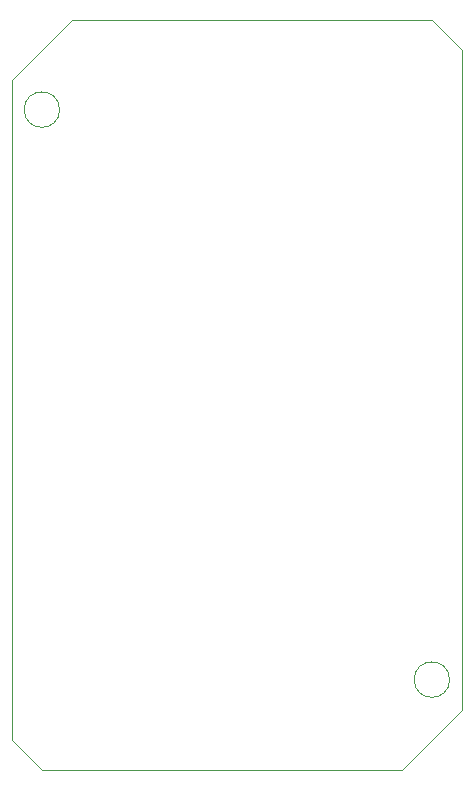
<source format=gm1>
G04 #@! TF.GenerationSoftware,KiCad,Pcbnew,6.0.2+dfsg-1*
G04 #@! TF.CreationDate,2023-08-17T23:32:23+01:00*
G04 #@! TF.ProjectId,TriboeletricSampler,54726962-6f65-46c6-9574-72696353616d,rev?*
G04 #@! TF.SameCoordinates,Original*
G04 #@! TF.FileFunction,Profile,NP*
%FSLAX46Y46*%
G04 Gerber Fmt 4.6, Leading zero omitted, Abs format (unit mm)*
G04 Created by KiCad (PCBNEW 6.0.2+dfsg-1) date 2023-08-17 23:32:23*
%MOMM*%
%LPD*%
G01*
G04 APERTURE LIST*
G04 #@! TA.AperFunction,Profile*
%ADD10C,0.100000*%
G04 #@! TD*
G04 APERTURE END LIST*
D10*
X171680264Y-66040000D02*
G75*
G03*
X171680264Y-66040000I-1500264J0D01*
G01*
X203200000Y-58420000D02*
X205740000Y-60960000D01*
X200660000Y-121920000D02*
X170180000Y-121920000D01*
X205740000Y-116840000D02*
X200660000Y-121920000D01*
X172720000Y-58420000D02*
X203200000Y-58420000D01*
X205740000Y-60960000D02*
X205740000Y-116840000D01*
X170180000Y-121920000D02*
X167640000Y-119380000D01*
X204700000Y-114300000D02*
G75*
G03*
X204700000Y-114300000I-1500000J0D01*
G01*
X167640000Y-119380000D02*
X167640000Y-63500000D01*
X167640000Y-63500000D02*
X172720000Y-58420000D01*
M02*

</source>
